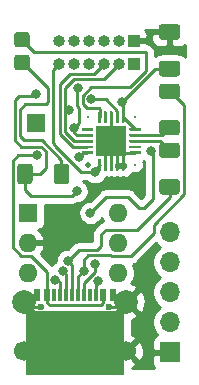
<source format=gbr>
%TF.GenerationSoftware,KiCad,Pcbnew,(5.1.9-0-10_14)*%
%TF.CreationDate,2021-04-23T07:59:34+01:00*%
%TF.ProjectId,Shelly,5368656c-6c79-42e6-9b69-6361645f7063,rev?*%
%TF.SameCoordinates,Original*%
%TF.FileFunction,Copper,L1,Top*%
%TF.FilePolarity,Positive*%
%FSLAX46Y46*%
G04 Gerber Fmt 4.6, Leading zero omitted, Abs format (unit mm)*
G04 Created by KiCad (PCBNEW (5.1.9-0-10_14)) date 2021-04-23 07:59:34*
%MOMM*%
%LPD*%
G01*
G04 APERTURE LIST*
%TA.AperFunction,ComponentPad*%
%ADD10O,1.000000X1.000000*%
%TD*%
%TA.AperFunction,ComponentPad*%
%ADD11R,1.000000X1.000000*%
%TD*%
%TA.AperFunction,ComponentPad*%
%ADD12R,1.524000X1.524000*%
%TD*%
%TA.AperFunction,ComponentPad*%
%ADD13O,1.600000X1.600000*%
%TD*%
%TA.AperFunction,ComponentPad*%
%ADD14R,1.600000X1.600000*%
%TD*%
%TA.AperFunction,SMDPad,CuDef*%
%ADD15R,8.340000X5.490000*%
%TD*%
%TA.AperFunction,SMDPad,CuDef*%
%ADD16R,0.600000X1.140000*%
%TD*%
%TA.AperFunction,ComponentPad*%
%ADD17C,1.700000*%
%TD*%
%TA.AperFunction,ComponentPad*%
%ADD18C,2.000000*%
%TD*%
%TA.AperFunction,SMDPad,CuDef*%
%ADD19R,0.300000X1.140000*%
%TD*%
%TA.AperFunction,ComponentPad*%
%ADD20C,0.600000*%
%TD*%
%TA.AperFunction,ComponentPad*%
%ADD21C,1.524000*%
%TD*%
%TA.AperFunction,SMDPad,CuDef*%
%ADD22R,0.200000X0.200000*%
%TD*%
%TA.AperFunction,SMDPad,CuDef*%
%ADD23C,0.500000*%
%TD*%
%TA.AperFunction,SMDPad,CuDef*%
%ADD24R,2.500000X2.500000*%
%TD*%
%TA.AperFunction,ComponentPad*%
%ADD25O,1.700000X1.700000*%
%TD*%
%TA.AperFunction,ComponentPad*%
%ADD26R,1.700000X1.700000*%
%TD*%
%TA.AperFunction,ViaPad*%
%ADD27C,0.800000*%
%TD*%
%TA.AperFunction,Conductor*%
%ADD28C,0.250000*%
%TD*%
%TA.AperFunction,Conductor*%
%ADD29C,0.254000*%
%TD*%
%TA.AperFunction,Conductor*%
%ADD30C,0.100000*%
%TD*%
G04 APERTURE END LIST*
D10*
%TO.P,J3,6*%
%TO.N,TXD*%
X174650000Y-62600000D03*
%TO.P,J3,5*%
%TO.N,RXD*%
X175920000Y-62600000D03*
%TO.P,J3,4*%
%TO.N,+3V3*%
X177190000Y-62600000D03*
%TO.P,J3,3*%
%TO.N,RST*%
X178460000Y-62600000D03*
%TO.P,J3,2*%
%TO.N,GPIO0*%
X179730000Y-62600000D03*
D11*
%TO.P,J3,1*%
%TO.N,GND*%
X181000000Y-62600000D03*
%TD*%
D12*
%TO.P,M1,3*%
%TO.N,GND*%
X172730000Y-67620000D03*
%TD*%
D13*
%TO.P,U2,6*%
%TO.N,+3V3*%
X179620000Y-75200000D03*
%TO.P,U2,3*%
%TO.N,Net-(U2-Pad3)*%
X172000000Y-80280000D03*
%TO.P,U2,5*%
%TO.N,Net-(U2-Pad5)*%
X179620000Y-77740000D03*
%TO.P,U2,2*%
%TO.N,GND*%
X172000000Y-77740000D03*
%TO.P,U2,4*%
%TO.N,Net-(J1-Pad3)*%
X179620000Y-80280000D03*
D14*
%TO.P,U2,1*%
%TO.N,Net-(R6-Pad1)*%
X172000000Y-75200000D03*
%TD*%
%TO.P,R3,2*%
%TO.N,Net-(D1-Pad2)*%
%TA.AperFunction,SMDPad,CuDef*%
G36*
G01*
X174200000Y-72525001D02*
X174200000Y-71274999D01*
G75*
G02*
X174449999Y-71025000I249999J0D01*
G01*
X175250001Y-71025000D01*
G75*
G02*
X175500000Y-71274999I0J-249999D01*
G01*
X175500000Y-72525001D01*
G75*
G02*
X175250001Y-72775000I-249999J0D01*
G01*
X174449999Y-72775000D01*
G75*
G02*
X174200000Y-72525001I0J249999D01*
G01*
G37*
%TD.AperFunction*%
%TO.P,R3,1*%
%TO.N,+3V3*%
%TA.AperFunction,SMDPad,CuDef*%
G36*
G01*
X171100000Y-72525001D02*
X171100000Y-71274999D01*
G75*
G02*
X171349999Y-71025000I249999J0D01*
G01*
X172150001Y-71025000D01*
G75*
G02*
X172400000Y-71274999I0J-249999D01*
G01*
X172400000Y-72525001D01*
G75*
G02*
X172150001Y-72775000I-249999J0D01*
G01*
X171349999Y-72775000D01*
G75*
G02*
X171100000Y-72525001I0J249999D01*
G01*
G37*
%TD.AperFunction*%
%TD*%
%TO.P,D1,2*%
%TO.N,Net-(D1-Pad2)*%
%TA.AperFunction,SMDPad,CuDef*%
G36*
G01*
X171099999Y-61800000D02*
X171900001Y-61800000D01*
G75*
G02*
X172150000Y-62049999I0J-249999D01*
G01*
X172150000Y-62875001D01*
G75*
G02*
X171900001Y-63125000I-249999J0D01*
G01*
X171099999Y-63125000D01*
G75*
G02*
X170850000Y-62875001I0J249999D01*
G01*
X170850000Y-62049999D01*
G75*
G02*
X171099999Y-61800000I249999J0D01*
G01*
G37*
%TD.AperFunction*%
%TO.P,D1,1*%
%TO.N,Net-(D1-Pad1)*%
%TA.AperFunction,SMDPad,CuDef*%
G36*
G01*
X171099999Y-59875000D02*
X171900001Y-59875000D01*
G75*
G02*
X172150000Y-60124999I0J-249999D01*
G01*
X172150000Y-60950001D01*
G75*
G02*
X171900001Y-61200000I-249999J0D01*
G01*
X171099999Y-61200000D01*
G75*
G02*
X170850000Y-60950001I0J249999D01*
G01*
X170850000Y-60124999D01*
G75*
G02*
X171099999Y-59875000I249999J0D01*
G01*
G37*
%TD.AperFunction*%
%TD*%
D15*
%TO.P,J4,S1*%
%TO.N,GND*%
X176000000Y-86255000D03*
D16*
%TO.P,J4,A12*%
X179200000Y-82140000D03*
%TO.P,J4,A4*%
%TO.N,VBUS*%
X173600000Y-82140000D03*
%TO.P,J4,B12*%
%TO.N,GND*%
X172800000Y-82140000D03*
%TO.P,J4,B4*%
%TO.N,VBUS*%
X178400000Y-82140000D03*
D17*
%TO.P,J4,S1*%
%TO.N,GND*%
X180325000Y-86910000D03*
X171675000Y-86910000D03*
D18*
X180325000Y-82730000D03*
X171675000Y-82730000D03*
D19*
%TO.P,J4,A7*%
%TO.N,Net-(J4-PadA7)*%
X176250000Y-82140000D03*
%TO.P,J4,A6*%
%TO.N,Net-(J4-PadA6)*%
X175750000Y-82140000D03*
%TO.P,J4,B6*%
X176750000Y-82140000D03*
%TO.P,J4,B7*%
%TO.N,Net-(J4-PadA7)*%
X175250000Y-82140000D03*
%TO.P,J4,A8*%
%TO.N,Net-(J4-PadA8)*%
X177250000Y-82140000D03*
%TO.P,J4,A5*%
%TO.N,Net-(J4-PadA5)*%
X174750000Y-82140000D03*
%TO.P,J4,B5*%
%TO.N,Net-(J4-PadB5)*%
X177750000Y-82140000D03*
%TO.P,J4,B8*%
%TO.N,Net-(J4-PadB8)*%
X174250000Y-82140000D03*
D16*
%TO.P,J4,A9*%
%TO.N,VBUS*%
X178400000Y-82140000D03*
%TO.P,J4,B9*%
X173600000Y-82140000D03*
%TO.P,J4,B1*%
%TO.N,GND*%
X179200000Y-82140000D03*
D20*
%TO.P,J4,S1*%
X178890000Y-83210000D03*
X173110000Y-83210000D03*
D16*
%TO.P,J4,A1*%
X172800000Y-82140000D03*
%TD*%
D21*
%TO.P,U1,21*%
%TO.N,GND*%
X179075000Y-69125000D03*
D22*
%TO.P,U1,~*%
%TO.N,N/C*%
X177075000Y-71125000D03*
X181075000Y-67125000D03*
X181075000Y-71125000D03*
X177075000Y-67125000D03*
D23*
X177075000Y-71125000D03*
D24*
%TO.P,U1,21*%
%TO.N,GND*%
X179075000Y-69125000D03*
%TO.P,U1,20*%
%TO.N,Net-(C1-Pad1)*%
%TA.AperFunction,SMDPad,CuDef*%
G36*
G01*
X177487500Y-70250000D02*
X176612500Y-70250000D01*
G75*
G02*
X176550000Y-70187500I0J62500D01*
G01*
X176550000Y-70062500D01*
G75*
G02*
X176612500Y-70000000I62500J0D01*
G01*
X177487500Y-70000000D01*
G75*
G02*
X177550000Y-70062500I0J-62500D01*
G01*
X177550000Y-70187500D01*
G75*
G02*
X177487500Y-70250000I-62500J0D01*
G01*
G37*
%TD.AperFunction*%
%TO.P,U1,19*%
%TO.N,RST*%
%TA.AperFunction,SMDPad,CuDef*%
G36*
G01*
X177487500Y-69750000D02*
X176612500Y-69750000D01*
G75*
G02*
X176550000Y-69687500I0J62500D01*
G01*
X176550000Y-69562500D01*
G75*
G02*
X176612500Y-69500000I62500J0D01*
G01*
X177487500Y-69500000D01*
G75*
G02*
X177550000Y-69562500I0J-62500D01*
G01*
X177550000Y-69687500D01*
G75*
G02*
X177487500Y-69750000I-62500J0D01*
G01*
G37*
%TD.AperFunction*%
%TO.P,U1,18*%
%TO.N,GPIO0*%
%TA.AperFunction,SMDPad,CuDef*%
G36*
G01*
X177487500Y-69250000D02*
X176612500Y-69250000D01*
G75*
G02*
X176550000Y-69187500I0J62500D01*
G01*
X176550000Y-69062500D01*
G75*
G02*
X176612500Y-69000000I62500J0D01*
G01*
X177487500Y-69000000D01*
G75*
G02*
X177550000Y-69062500I0J-62500D01*
G01*
X177550000Y-69187500D01*
G75*
G02*
X177487500Y-69250000I-62500J0D01*
G01*
G37*
%TD.AperFunction*%
%TO.P,U1,17*%
%TO.N,RXD*%
%TA.AperFunction,SMDPad,CuDef*%
G36*
G01*
X177487500Y-68750000D02*
X176612500Y-68750000D01*
G75*
G02*
X176550000Y-68687500I0J62500D01*
G01*
X176550000Y-68562500D01*
G75*
G02*
X176612500Y-68500000I62500J0D01*
G01*
X177487500Y-68500000D01*
G75*
G02*
X177550000Y-68562500I0J-62500D01*
G01*
X177550000Y-68687500D01*
G75*
G02*
X177487500Y-68750000I-62500J0D01*
G01*
G37*
%TD.AperFunction*%
%TO.P,U1,16*%
%TO.N,Net-(U1-Pad16)*%
%TA.AperFunction,SMDPad,CuDef*%
G36*
G01*
X177487500Y-68250000D02*
X176612500Y-68250000D01*
G75*
G02*
X176550000Y-68187500I0J62500D01*
G01*
X176550000Y-68062500D01*
G75*
G02*
X176612500Y-68000000I62500J0D01*
G01*
X177487500Y-68000000D01*
G75*
G02*
X177550000Y-68062500I0J-62500D01*
G01*
X177550000Y-68187500D01*
G75*
G02*
X177487500Y-68250000I-62500J0D01*
G01*
G37*
%TD.AperFunction*%
%TO.P,U1,15*%
%TO.N,Net-(D1-Pad1)*%
%TA.AperFunction,SMDPad,CuDef*%
G36*
G01*
X178137500Y-67600000D02*
X178012500Y-67600000D01*
G75*
G02*
X177950000Y-67537500I0J62500D01*
G01*
X177950000Y-66662500D01*
G75*
G02*
X178012500Y-66600000I62500J0D01*
G01*
X178137500Y-66600000D01*
G75*
G02*
X178200000Y-66662500I0J-62500D01*
G01*
X178200000Y-67537500D01*
G75*
G02*
X178137500Y-67600000I-62500J0D01*
G01*
G37*
%TD.AperFunction*%
%TO.P,U1,14*%
%TO.N,Net-(U1-Pad14)*%
%TA.AperFunction,SMDPad,CuDef*%
G36*
G01*
X178637500Y-67600000D02*
X178512500Y-67600000D01*
G75*
G02*
X178450000Y-67537500I0J62500D01*
G01*
X178450000Y-66662500D01*
G75*
G02*
X178512500Y-66600000I62500J0D01*
G01*
X178637500Y-66600000D01*
G75*
G02*
X178700000Y-66662500I0J-62500D01*
G01*
X178700000Y-67537500D01*
G75*
G02*
X178637500Y-67600000I-62500J0D01*
G01*
G37*
%TD.AperFunction*%
%TO.P,U1,13*%
%TO.N,GND*%
%TA.AperFunction,SMDPad,CuDef*%
G36*
G01*
X179137500Y-67600000D02*
X179012500Y-67600000D01*
G75*
G02*
X178950000Y-67537500I0J62500D01*
G01*
X178950000Y-66662500D01*
G75*
G02*
X179012500Y-66600000I62500J0D01*
G01*
X179137500Y-66600000D01*
G75*
G02*
X179200000Y-66662500I0J-62500D01*
G01*
X179200000Y-67537500D01*
G75*
G02*
X179137500Y-67600000I-62500J0D01*
G01*
G37*
%TD.AperFunction*%
%TO.P,U1,12*%
%TO.N,VBUS*%
%TA.AperFunction,SMDPad,CuDef*%
G36*
G01*
X179637500Y-67600000D02*
X179512500Y-67600000D01*
G75*
G02*
X179450000Y-67537500I0J62500D01*
G01*
X179450000Y-66662500D01*
G75*
G02*
X179512500Y-66600000I62500J0D01*
G01*
X179637500Y-66600000D01*
G75*
G02*
X179700000Y-66662500I0J-62500D01*
G01*
X179700000Y-67537500D01*
G75*
G02*
X179637500Y-67600000I-62500J0D01*
G01*
G37*
%TD.AperFunction*%
%TO.P,U1,11*%
%TO.N,Net-(C1-Pad1)*%
%TA.AperFunction,SMDPad,CuDef*%
G36*
G01*
X180137500Y-67600000D02*
X180012500Y-67600000D01*
G75*
G02*
X179950000Y-67537500I0J62500D01*
G01*
X179950000Y-66662500D01*
G75*
G02*
X180012500Y-66600000I62500J0D01*
G01*
X180137500Y-66600000D01*
G75*
G02*
X180200000Y-66662500I0J-62500D01*
G01*
X180200000Y-67537500D01*
G75*
G02*
X180137500Y-67600000I-62500J0D01*
G01*
G37*
%TD.AperFunction*%
%TO.P,U1,10*%
%TA.AperFunction,SMDPad,CuDef*%
G36*
G01*
X181537500Y-68250000D02*
X180662500Y-68250000D01*
G75*
G02*
X180600000Y-68187500I0J62500D01*
G01*
X180600000Y-68062500D01*
G75*
G02*
X180662500Y-68000000I62500J0D01*
G01*
X181537500Y-68000000D01*
G75*
G02*
X181600000Y-68062500I0J-62500D01*
G01*
X181600000Y-68187500D01*
G75*
G02*
X181537500Y-68250000I-62500J0D01*
G01*
G37*
%TD.AperFunction*%
%TO.P,U1,9*%
%TO.N,D-*%
%TA.AperFunction,SMDPad,CuDef*%
G36*
G01*
X181537500Y-68750000D02*
X180662500Y-68750000D01*
G75*
G02*
X180600000Y-68687500I0J62500D01*
G01*
X180600000Y-68562500D01*
G75*
G02*
X180662500Y-68500000I62500J0D01*
G01*
X181537500Y-68500000D01*
G75*
G02*
X181600000Y-68562500I0J-62500D01*
G01*
X181600000Y-68687500D01*
G75*
G02*
X181537500Y-68750000I-62500J0D01*
G01*
G37*
%TD.AperFunction*%
%TO.P,U1,8*%
%TO.N,D+*%
%TA.AperFunction,SMDPad,CuDef*%
G36*
G01*
X181537500Y-69250000D02*
X180662500Y-69250000D01*
G75*
G02*
X180600000Y-69187500I0J62500D01*
G01*
X180600000Y-69062500D01*
G75*
G02*
X180662500Y-69000000I62500J0D01*
G01*
X181537500Y-69000000D01*
G75*
G02*
X181600000Y-69062500I0J-62500D01*
G01*
X181600000Y-69187500D01*
G75*
G02*
X181537500Y-69250000I-62500J0D01*
G01*
G37*
%TD.AperFunction*%
%TO.P,U1,7*%
%TO.N,Net-(U1-Pad7)*%
%TA.AperFunction,SMDPad,CuDef*%
G36*
G01*
X181537500Y-69750000D02*
X180662500Y-69750000D01*
G75*
G02*
X180600000Y-69687500I0J62500D01*
G01*
X180600000Y-69562500D01*
G75*
G02*
X180662500Y-69500000I62500J0D01*
G01*
X181537500Y-69500000D01*
G75*
G02*
X181600000Y-69562500I0J-62500D01*
G01*
X181600000Y-69687500D01*
G75*
G02*
X181537500Y-69750000I-62500J0D01*
G01*
G37*
%TD.AperFunction*%
%TO.P,U1,6*%
%TO.N,GND*%
%TA.AperFunction,SMDPad,CuDef*%
G36*
G01*
X181537500Y-70250000D02*
X180662500Y-70250000D01*
G75*
G02*
X180600000Y-70187500I0J62500D01*
G01*
X180600000Y-70062500D01*
G75*
G02*
X180662500Y-70000000I62500J0D01*
G01*
X181537500Y-70000000D01*
G75*
G02*
X181600000Y-70062500I0J-62500D01*
G01*
X181600000Y-70187500D01*
G75*
G02*
X181537500Y-70250000I-62500J0D01*
G01*
G37*
%TD.AperFunction*%
%TO.P,U1,5*%
%TA.AperFunction,SMDPad,CuDef*%
G36*
G01*
X180137500Y-71650000D02*
X180012500Y-71650000D01*
G75*
G02*
X179950000Y-71587500I0J62500D01*
G01*
X179950000Y-70712500D01*
G75*
G02*
X180012500Y-70650000I62500J0D01*
G01*
X180137500Y-70650000D01*
G75*
G02*
X180200000Y-70712500I0J-62500D01*
G01*
X180200000Y-71587500D01*
G75*
G02*
X180137500Y-71650000I-62500J0D01*
G01*
G37*
%TD.AperFunction*%
%TO.P,U1,4*%
%TA.AperFunction,SMDPad,CuDef*%
G36*
G01*
X179637500Y-71650000D02*
X179512500Y-71650000D01*
G75*
G02*
X179450000Y-71587500I0J62500D01*
G01*
X179450000Y-70712500D01*
G75*
G02*
X179512500Y-70650000I62500J0D01*
G01*
X179637500Y-70650000D01*
G75*
G02*
X179700000Y-70712500I0J-62500D01*
G01*
X179700000Y-71587500D01*
G75*
G02*
X179637500Y-71650000I-62500J0D01*
G01*
G37*
%TD.AperFunction*%
%TO.P,U1,3*%
%TA.AperFunction,SMDPad,CuDef*%
G36*
G01*
X179137500Y-71650000D02*
X179012500Y-71650000D01*
G75*
G02*
X178950000Y-71587500I0J62500D01*
G01*
X178950000Y-70712500D01*
G75*
G02*
X179012500Y-70650000I62500J0D01*
G01*
X179137500Y-70650000D01*
G75*
G02*
X179200000Y-70712500I0J-62500D01*
G01*
X179200000Y-71587500D01*
G75*
G02*
X179137500Y-71650000I-62500J0D01*
G01*
G37*
%TD.AperFunction*%
%TO.P,U1,2*%
%TA.AperFunction,SMDPad,CuDef*%
G36*
G01*
X178637500Y-71650000D02*
X178512500Y-71650000D01*
G75*
G02*
X178450000Y-71587500I0J62500D01*
G01*
X178450000Y-70712500D01*
G75*
G02*
X178512500Y-70650000I62500J0D01*
G01*
X178637500Y-70650000D01*
G75*
G02*
X178700000Y-70712500I0J-62500D01*
G01*
X178700000Y-71587500D01*
G75*
G02*
X178637500Y-71650000I-62500J0D01*
G01*
G37*
%TD.AperFunction*%
%TO.P,U1,1*%
%TO.N,TXD*%
%TA.AperFunction,SMDPad,CuDef*%
G36*
G01*
X178137500Y-71650000D02*
X178012500Y-71650000D01*
G75*
G02*
X177950000Y-71587500I0J62500D01*
G01*
X177950000Y-70712500D01*
G75*
G02*
X178012500Y-70650000I62500J0D01*
G01*
X178137500Y-70650000D01*
G75*
G02*
X178200000Y-70712500I0J-62500D01*
G01*
X178200000Y-71587500D01*
G75*
G02*
X178137500Y-71650000I-62500J0D01*
G01*
G37*
%TD.AperFunction*%
%TD*%
%TO.P,C1,2*%
%TO.N,GND*%
%TA.AperFunction,SMDPad,CuDef*%
G36*
G01*
X184650002Y-60537500D02*
X183349998Y-60537500D01*
G75*
G02*
X183100000Y-60287502I0J249998D01*
G01*
X183100000Y-59462498D01*
G75*
G02*
X183349998Y-59212500I249998J0D01*
G01*
X184650002Y-59212500D01*
G75*
G02*
X184900000Y-59462498I0J-249998D01*
G01*
X184900000Y-60287502D01*
G75*
G02*
X184650002Y-60537500I-249998J0D01*
G01*
G37*
%TD.AperFunction*%
%TO.P,C1,1*%
%TO.N,Net-(C1-Pad1)*%
%TA.AperFunction,SMDPad,CuDef*%
G36*
G01*
X184650002Y-63662500D02*
X183349998Y-63662500D01*
G75*
G02*
X183100000Y-63412502I0J249998D01*
G01*
X183100000Y-62587498D01*
G75*
G02*
X183349998Y-62337500I249998J0D01*
G01*
X184650002Y-62337500D01*
G75*
G02*
X184900000Y-62587498I0J-249998D01*
G01*
X184900000Y-63412502D01*
G75*
G02*
X184650002Y-63662500I-249998J0D01*
G01*
G37*
%TD.AperFunction*%
%TD*%
D10*
%TO.P,J2,6*%
%TO.N,TXD*%
X174650000Y-60630000D03*
%TO.P,J2,5*%
%TO.N,RXD*%
X175920000Y-60630000D03*
%TO.P,J2,4*%
%TO.N,+3V3*%
X177190000Y-60630000D03*
%TO.P,J2,3*%
%TO.N,RST*%
X178460000Y-60630000D03*
%TO.P,J2,2*%
%TO.N,GPIO0*%
X179730000Y-60630000D03*
D11*
%TO.P,J2,1*%
%TO.N,GND*%
X181000000Y-60630000D03*
%TD*%
D25*
%TO.P,J1,5*%
%TO.N,TXD*%
X184000000Y-76840000D03*
%TO.P,J1,4*%
%TO.N,RXD*%
X184000000Y-79380000D03*
%TO.P,J1,3*%
%TO.N,Net-(J1-Pad3)*%
X184000000Y-81920000D03*
%TO.P,J1,2*%
%TO.N,GPIO0*%
X184000000Y-84460000D03*
D26*
%TO.P,J1,1*%
%TO.N,GND*%
X184000000Y-87000000D03*
%TD*%
%TO.P,R5,2*%
%TO.N,D+*%
%TA.AperFunction,SMDPad,CuDef*%
G36*
G01*
X184625001Y-70550000D02*
X183374999Y-70550000D01*
G75*
G02*
X183125000Y-70300001I0J249999D01*
G01*
X183125000Y-69499999D01*
G75*
G02*
X183374999Y-69250000I249999J0D01*
G01*
X184625001Y-69250000D01*
G75*
G02*
X184875000Y-69499999I0J-249999D01*
G01*
X184875000Y-70300001D01*
G75*
G02*
X184625001Y-70550000I-249999J0D01*
G01*
G37*
%TD.AperFunction*%
%TO.P,R5,1*%
%TO.N,Net-(J4-PadA6)*%
%TA.AperFunction,SMDPad,CuDef*%
G36*
G01*
X184625001Y-73650000D02*
X183374999Y-73650000D01*
G75*
G02*
X183125000Y-73400001I0J249999D01*
G01*
X183125000Y-72599999D01*
G75*
G02*
X183374999Y-72350000I249999J0D01*
G01*
X184625001Y-72350000D01*
G75*
G02*
X184875000Y-72599999I0J-249999D01*
G01*
X184875000Y-73400001D01*
G75*
G02*
X184625001Y-73650000I-249999J0D01*
G01*
G37*
%TD.AperFunction*%
%TD*%
%TO.P,R4,2*%
%TO.N,D-*%
%TA.AperFunction,SMDPad,CuDef*%
G36*
G01*
X183374999Y-67350000D02*
X184625001Y-67350000D01*
G75*
G02*
X184875000Y-67599999I0J-249999D01*
G01*
X184875000Y-68400001D01*
G75*
G02*
X184625001Y-68650000I-249999J0D01*
G01*
X183374999Y-68650000D01*
G75*
G02*
X183125000Y-68400001I0J249999D01*
G01*
X183125000Y-67599999D01*
G75*
G02*
X183374999Y-67350000I249999J0D01*
G01*
G37*
%TD.AperFunction*%
%TO.P,R4,1*%
%TO.N,Net-(J4-PadA7)*%
%TA.AperFunction,SMDPad,CuDef*%
G36*
G01*
X183374999Y-64250000D02*
X184625001Y-64250000D01*
G75*
G02*
X184875000Y-64499999I0J-249999D01*
G01*
X184875000Y-65300001D01*
G75*
G02*
X184625001Y-65550000I-249999J0D01*
G01*
X183374999Y-65550000D01*
G75*
G02*
X183125000Y-65300001I0J249999D01*
G01*
X183125000Y-64499999D01*
G75*
G02*
X183374999Y-64250000I249999J0D01*
G01*
G37*
%TD.AperFunction*%
%TD*%
D27*
%TO.N,VBUS*%
X177367282Y-65578118D03*
X172743401Y-70325010D03*
%TO.N,RXD*%
X176262664Y-64600022D03*
X175925010Y-68023022D03*
%TO.N,+3V3*%
X172700000Y-65100000D03*
X176126430Y-73371832D03*
%TO.N,GPIO0*%
X175471626Y-66453105D03*
%TO.N,TXD*%
X177685520Y-71746810D03*
%TO.N,RST*%
X182400000Y-70000000D03*
X177300000Y-75200000D03*
%TO.N,Net-(C1-Pad1)*%
X180000000Y-65800000D03*
X176306755Y-70493245D03*
%TO.N,Net-(J4-PadA7)*%
X174944906Y-80143496D03*
X176720267Y-80115644D03*
%TO.N,Net-(J4-PadA6)*%
X175419742Y-79263409D03*
X177667839Y-79516597D03*
%TO.N,Net-(J4-PadA5)*%
X174325010Y-80928195D03*
%TO.N,Net-(J4-PadB5)*%
X177943454Y-80990780D03*
%TD*%
D28*
%TO.N,GND*%
X181100000Y-70125000D02*
X180075000Y-70125000D01*
X180075000Y-70125000D02*
X179075000Y-69125000D01*
X180075000Y-71150000D02*
X180075000Y-70125000D01*
X179575000Y-69625000D02*
X179075000Y-69125000D01*
X179575000Y-71150000D02*
X179575000Y-69625000D01*
X179075000Y-71150000D02*
X179075000Y-69125000D01*
X179075000Y-67100000D02*
X179075000Y-69125000D01*
X179735000Y-82140000D02*
X180325000Y-82730000D01*
X179200000Y-82140000D02*
X179735000Y-82140000D01*
X172265000Y-82140000D02*
X171675000Y-82730000D01*
X172800000Y-82140000D02*
X172265000Y-82140000D01*
X179845000Y-83210000D02*
X180325000Y-82730000D01*
X178890000Y-83210000D02*
X179845000Y-83210000D01*
X172155000Y-83210000D02*
X171675000Y-82730000D01*
X173110000Y-83210000D02*
X172155000Y-83210000D01*
X175345000Y-86910000D02*
X176000000Y-86255000D01*
X171675000Y-86910000D02*
X175345000Y-86910000D01*
X175200000Y-86255000D02*
X176000000Y-86255000D01*
X171675000Y-82730000D02*
X175200000Y-86255000D01*
X176800000Y-86255000D02*
X176000000Y-86255000D01*
X180325000Y-82730000D02*
X176800000Y-86255000D01*
X178575000Y-69625000D02*
X179075000Y-69125000D01*
X178575000Y-71150000D02*
X178575000Y-69625000D01*
%TO.N,VBUS*%
X178160001Y-83035001D02*
X178400000Y-82795002D01*
X173839999Y-83035001D02*
X178160001Y-83035001D01*
X173600000Y-82795002D02*
X173839999Y-83035001D01*
X178400000Y-82795002D02*
X178400000Y-82140000D01*
X173600000Y-82140000D02*
X173600000Y-82795002D01*
X179575000Y-66551978D02*
X178601140Y-65578118D01*
X179575000Y-67100000D02*
X179575000Y-66551978D01*
X178601140Y-65578118D02*
X177367282Y-65578118D01*
X172250003Y-78865001D02*
X171459999Y-78865001D01*
X170724990Y-78129992D02*
X170724990Y-70775010D01*
X170724990Y-70775010D02*
X171174990Y-70325010D01*
X173600000Y-82140000D02*
X173600000Y-80214998D01*
X171174990Y-70325010D02*
X172743401Y-70325010D01*
X171459999Y-78865001D02*
X170724990Y-78129992D01*
X173600000Y-80214998D02*
X172250003Y-78865001D01*
%TO.N,RXD*%
X176188878Y-64673808D02*
X176262664Y-64600022D01*
X176188878Y-66148914D02*
X176188878Y-64673808D01*
X176325009Y-67623023D02*
X176325009Y-66285045D01*
X175925010Y-68023022D02*
X176325009Y-67623023D01*
X176325009Y-66285045D02*
X176188878Y-66148914D01*
X177050000Y-68625000D02*
X176125000Y-68625000D01*
X175925010Y-68425010D02*
X175925010Y-68023022D01*
X176125000Y-68625000D02*
X175925010Y-68425010D01*
%TO.N,+3V3*%
X175726431Y-73771831D02*
X176126430Y-73371832D01*
X173828169Y-73771831D02*
X172271831Y-73771831D01*
X173828169Y-73771831D02*
X175726431Y-73771831D01*
X171750000Y-73250000D02*
X171750000Y-71900000D01*
X172271831Y-73771831D02*
X171750000Y-73250000D01*
X173000000Y-71900000D02*
X171750000Y-71900000D01*
X173500000Y-71400000D02*
X173000000Y-71900000D01*
X173500000Y-70000000D02*
X173500000Y-71400000D01*
X173100000Y-69600000D02*
X173500000Y-70000000D01*
X171424587Y-69600000D02*
X173100000Y-69600000D01*
X170892988Y-65681692D02*
X170892988Y-69068401D01*
X171237340Y-65337340D02*
X170892988Y-65681692D01*
X170892988Y-69068401D02*
X171424587Y-69600000D01*
X172462660Y-65337340D02*
X171237340Y-65337340D01*
X172700000Y-65100000D02*
X172462660Y-65337340D01*
%TO.N,GPIO0*%
X178454988Y-63875012D02*
X179730000Y-62600000D01*
X175924988Y-63875012D02*
X178454988Y-63875012D01*
X175174998Y-65874998D02*
X175174998Y-66156477D01*
X175174998Y-66156477D02*
X175471626Y-66453105D01*
X175174998Y-65874998D02*
X175174998Y-64625002D01*
X175174998Y-64625002D02*
X175924988Y-63875012D01*
X175174998Y-68371021D02*
X175174998Y-65874998D01*
X177050000Y-69125000D02*
X177022280Y-69097280D01*
X177022280Y-69097280D02*
X175901257Y-69097280D01*
X175901257Y-69097280D02*
X175174998Y-68371021D01*
%TO.N,TXD*%
X177685520Y-71539480D02*
X177685520Y-71746810D01*
X178075000Y-71150000D02*
X177685520Y-71539480D01*
X174150001Y-63099999D02*
X174150001Y-69305257D01*
X174327187Y-69538997D02*
X176535000Y-71746810D01*
X174327187Y-69482443D02*
X174327187Y-69538997D01*
X174150001Y-69305257D02*
X174327187Y-69482443D01*
X174650000Y-62600000D02*
X174150001Y-63099999D01*
X176535000Y-71746810D02*
X177685520Y-71746810D01*
%TO.N,RST*%
X182600000Y-74000000D02*
X182600000Y-70200000D01*
X182600000Y-70200000D02*
X182400000Y-70000000D01*
X181800000Y-74800000D02*
X182600000Y-74000000D01*
X181400000Y-74800000D02*
X181800000Y-74800000D01*
X180450000Y-73850000D02*
X181400000Y-74800000D01*
X178650000Y-73850000D02*
X177300000Y-75200000D01*
X178650000Y-73850000D02*
X180450000Y-73850000D01*
X177634999Y-63425001D02*
X178460000Y-62600000D01*
X175574999Y-63425001D02*
X177634999Y-63425001D01*
X175792567Y-69625000D02*
X174724987Y-68557420D01*
X174724987Y-64275013D02*
X175574999Y-63425001D01*
X174724987Y-68557420D02*
X174724987Y-64275013D01*
X177050000Y-69625000D02*
X175792567Y-69625000D01*
%TO.N,D-*%
X183375000Y-68625000D02*
X184000000Y-68000000D01*
X181100000Y-68625000D02*
X183375000Y-68625000D01*
%TO.N,D+*%
X183225000Y-69125000D02*
X184000000Y-69900000D01*
X181100000Y-69125000D02*
X183225000Y-69125000D01*
%TO.N,Net-(C1-Pad1)*%
X180075000Y-67100000D02*
X181100000Y-68125000D01*
X180075000Y-65875000D02*
X180075000Y-67100000D01*
X180000000Y-65800000D02*
X180075000Y-65875000D01*
X184000000Y-63000000D02*
X182800000Y-63000000D01*
X182800000Y-63000000D02*
X180000000Y-65800000D01*
X176675000Y-70125000D02*
X176306755Y-70493245D01*
X177050000Y-70125000D02*
X176675000Y-70125000D01*
%TO.N,Net-(J4-PadA7)*%
X175250000Y-82140000D02*
X175250000Y-80448590D01*
X175250000Y-80448590D02*
X174944906Y-80143496D01*
X176250000Y-80585911D02*
X176720267Y-80115644D01*
X176250000Y-82140000D02*
X176250000Y-80585911D01*
X182650000Y-76188190D02*
X185200010Y-73638180D01*
X176720267Y-79179733D02*
X177108413Y-78791587D01*
X185200010Y-73638180D02*
X185200010Y-66100010D01*
X185200010Y-66100010D02*
X184000000Y-64900000D01*
X176720267Y-80115644D02*
X176720267Y-79179733D01*
X179006585Y-78791587D02*
X179079999Y-78865001D01*
X182650000Y-76923002D02*
X182650000Y-76188190D01*
X179079999Y-78865001D02*
X180708001Y-78865001D01*
X180708001Y-78865001D02*
X182650000Y-76923002D01*
X177108413Y-78791587D02*
X179006585Y-78791587D01*
%TO.N,Net-(J4-PadA6)*%
X175750000Y-82140000D02*
X175750000Y-79593667D01*
X175750000Y-79593667D02*
X175419742Y-79263409D01*
X178200000Y-77000000D02*
X178200000Y-78000000D01*
X184000000Y-73000000D02*
X184000000Y-73873002D01*
X181258003Y-76614999D02*
X178585001Y-76614999D01*
X184000000Y-73873002D02*
X181258003Y-76614999D01*
X177667839Y-80193391D02*
X177667839Y-79516597D01*
X178200000Y-78000000D02*
X177858424Y-78341576D01*
X176750000Y-82140000D02*
X176750000Y-81111230D01*
X176750000Y-81111230D02*
X177667839Y-80193391D01*
X176341576Y-78341576D02*
X175419742Y-79263409D01*
X178585001Y-76614999D02*
X178200000Y-77000000D01*
X177858424Y-78341576D02*
X176341576Y-78341576D01*
%TO.N,Net-(J4-PadA5)*%
X174750000Y-82140000D02*
X174750000Y-81123004D01*
X174555191Y-80928195D02*
X174325010Y-80928195D01*
X174750000Y-81123004D02*
X174555191Y-80928195D01*
%TO.N,Net-(J4-PadB5)*%
X177750000Y-81184234D02*
X177943454Y-80990780D01*
X177750000Y-82140000D02*
X177750000Y-81184234D01*
%TO.N,Net-(D1-Pad2)*%
X173169435Y-69028232D02*
X171664642Y-69028232D01*
X171800000Y-66000000D02*
X173500000Y-66000000D01*
X173700000Y-64662500D02*
X171500000Y-62462500D01*
X173500000Y-66000000D02*
X173700000Y-65800000D01*
X173700000Y-65800000D02*
X173700000Y-64662500D01*
X171342999Y-68706589D02*
X171342999Y-66457001D01*
X171342999Y-66457001D02*
X171800000Y-66000000D01*
X174850000Y-71900000D02*
X174850000Y-70708797D01*
X174850000Y-70708797D02*
X173169435Y-69028232D01*
X171664642Y-69028232D02*
X171342999Y-68706589D01*
%TO.N,Net-(D1-Pad1)*%
X172562500Y-61600000D02*
X171500000Y-60537500D01*
X176638889Y-65962514D02*
X176638889Y-65266512D01*
X182000000Y-63163590D02*
X182000000Y-61600000D01*
X176638889Y-65266512D02*
X177355746Y-64549655D01*
X177355746Y-64549655D02*
X180613935Y-64549655D01*
X180613935Y-64549655D02*
X182000000Y-63163590D01*
X182000000Y-61600000D02*
X172562500Y-61600000D01*
X178011812Y-66311812D02*
X176988188Y-66311812D01*
X178075000Y-66375000D02*
X178011812Y-66311812D01*
X176988188Y-66311812D02*
X176638889Y-65962514D01*
X178075000Y-66375000D02*
X178075000Y-67100000D01*
%TD*%
D29*
%TO.N,GND*%
X183053368Y-77993475D02*
X183227760Y-78110000D01*
X183053368Y-78226525D01*
X182846525Y-78433368D01*
X182684010Y-78676589D01*
X182572068Y-78946842D01*
X182515000Y-79233740D01*
X182515000Y-79526260D01*
X182572068Y-79813158D01*
X182684010Y-80083411D01*
X182846525Y-80326632D01*
X183053368Y-80533475D01*
X183227760Y-80650000D01*
X183053368Y-80766525D01*
X182846525Y-80973368D01*
X182684010Y-81216589D01*
X182572068Y-81486842D01*
X182515000Y-81773740D01*
X182515000Y-82066260D01*
X182572068Y-82353158D01*
X182684010Y-82623411D01*
X182846525Y-82866632D01*
X183053368Y-83073475D01*
X183227760Y-83190000D01*
X183053368Y-83306525D01*
X182846525Y-83513368D01*
X182684010Y-83756589D01*
X182572068Y-84026842D01*
X182515000Y-84313740D01*
X182515000Y-84606260D01*
X182572068Y-84893158D01*
X182684010Y-85163411D01*
X182846525Y-85406632D01*
X182978380Y-85538487D01*
X182905820Y-85560498D01*
X182795506Y-85619463D01*
X182698815Y-85698815D01*
X182619463Y-85795506D01*
X182560498Y-85905820D01*
X182524188Y-86025518D01*
X182511928Y-86150000D01*
X182515000Y-86714250D01*
X182673750Y-86873000D01*
X183873000Y-86873000D01*
X183873000Y-86853000D01*
X184127000Y-86853000D01*
X184127000Y-86873000D01*
X184147000Y-86873000D01*
X184147000Y-87127000D01*
X184127000Y-87127000D01*
X184127000Y-87147000D01*
X183873000Y-87147000D01*
X183873000Y-87127000D01*
X182673750Y-87127000D01*
X182515000Y-87285750D01*
X182511928Y-87850000D01*
X182524188Y-87974482D01*
X182560498Y-88094180D01*
X182619463Y-88204494D01*
X182698815Y-88301185D01*
X182715649Y-88315000D01*
X180807216Y-88315000D01*
X180807216Y-88314601D01*
X180958747Y-88260919D01*
X181096157Y-88187472D01*
X181173792Y-87938397D01*
X180806287Y-87570892D01*
X180805838Y-87211233D01*
X181353397Y-87758792D01*
X181602472Y-87681157D01*
X181728371Y-87417117D01*
X181800339Y-87133589D01*
X181815611Y-86841469D01*
X181773599Y-86551981D01*
X181675919Y-86276253D01*
X181602472Y-86138843D01*
X181353397Y-86061208D01*
X180805086Y-86609519D01*
X180805000Y-86540750D01*
X180659823Y-86395573D01*
X181173792Y-85881603D01*
X181096157Y-85632528D01*
X180832117Y-85506629D01*
X180805586Y-85499895D01*
X180807094Y-84293269D01*
X181011088Y-84222795D01*
X181185044Y-84129814D01*
X181280808Y-83865413D01*
X180793591Y-83378196D01*
X180759502Y-83265820D01*
X180700537Y-83155506D01*
X180621185Y-83058815D01*
X180524494Y-82979463D01*
X180414180Y-82920498D01*
X180294482Y-82884188D01*
X180268765Y-82881655D01*
X180134399Y-82747289D01*
X180135087Y-82740308D01*
X180145395Y-82730000D01*
X180504605Y-82730000D01*
X181460413Y-83685808D01*
X181724814Y-83590044D01*
X181865704Y-83300429D01*
X181947384Y-82988892D01*
X181966718Y-82667405D01*
X181922961Y-82348325D01*
X181817795Y-82043912D01*
X181724814Y-81869956D01*
X181460413Y-81774192D01*
X180504605Y-82730000D01*
X180145395Y-82730000D01*
X180136935Y-82721540D01*
X180138072Y-82710000D01*
X180138062Y-82709048D01*
X180310858Y-82536253D01*
X180325000Y-82550395D01*
X181280808Y-81594587D01*
X181185044Y-81330186D01*
X180895429Y-81189296D01*
X180761712Y-81154238D01*
X180891680Y-80959727D01*
X180999853Y-80698574D01*
X181055000Y-80421335D01*
X181055000Y-80138665D01*
X180999853Y-79861426D01*
X180892860Y-79603122D01*
X181000248Y-79570547D01*
X181132277Y-79499975D01*
X181248002Y-79405002D01*
X181271805Y-79375998D01*
X182853848Y-77793955D01*
X183053368Y-77993475D01*
%TA.AperFunction,Conductor*%
D30*
G36*
X183053368Y-77993475D02*
G01*
X183227760Y-78110000D01*
X183053368Y-78226525D01*
X182846525Y-78433368D01*
X182684010Y-78676589D01*
X182572068Y-78946842D01*
X182515000Y-79233740D01*
X182515000Y-79526260D01*
X182572068Y-79813158D01*
X182684010Y-80083411D01*
X182846525Y-80326632D01*
X183053368Y-80533475D01*
X183227760Y-80650000D01*
X183053368Y-80766525D01*
X182846525Y-80973368D01*
X182684010Y-81216589D01*
X182572068Y-81486842D01*
X182515000Y-81773740D01*
X182515000Y-82066260D01*
X182572068Y-82353158D01*
X182684010Y-82623411D01*
X182846525Y-82866632D01*
X183053368Y-83073475D01*
X183227760Y-83190000D01*
X183053368Y-83306525D01*
X182846525Y-83513368D01*
X182684010Y-83756589D01*
X182572068Y-84026842D01*
X182515000Y-84313740D01*
X182515000Y-84606260D01*
X182572068Y-84893158D01*
X182684010Y-85163411D01*
X182846525Y-85406632D01*
X182978380Y-85538487D01*
X182905820Y-85560498D01*
X182795506Y-85619463D01*
X182698815Y-85698815D01*
X182619463Y-85795506D01*
X182560498Y-85905820D01*
X182524188Y-86025518D01*
X182511928Y-86150000D01*
X182515000Y-86714250D01*
X182673750Y-86873000D01*
X183873000Y-86873000D01*
X183873000Y-86853000D01*
X184127000Y-86853000D01*
X184127000Y-86873000D01*
X184147000Y-86873000D01*
X184147000Y-87127000D01*
X184127000Y-87127000D01*
X184127000Y-87147000D01*
X183873000Y-87147000D01*
X183873000Y-87127000D01*
X182673750Y-87127000D01*
X182515000Y-87285750D01*
X182511928Y-87850000D01*
X182524188Y-87974482D01*
X182560498Y-88094180D01*
X182619463Y-88204494D01*
X182698815Y-88301185D01*
X182715649Y-88315000D01*
X180807216Y-88315000D01*
X180807216Y-88314601D01*
X180958747Y-88260919D01*
X181096157Y-88187472D01*
X181173792Y-87938397D01*
X180806287Y-87570892D01*
X180805838Y-87211233D01*
X181353397Y-87758792D01*
X181602472Y-87681157D01*
X181728371Y-87417117D01*
X181800339Y-87133589D01*
X181815611Y-86841469D01*
X181773599Y-86551981D01*
X181675919Y-86276253D01*
X181602472Y-86138843D01*
X181353397Y-86061208D01*
X180805086Y-86609519D01*
X180805000Y-86540750D01*
X180659823Y-86395573D01*
X181173792Y-85881603D01*
X181096157Y-85632528D01*
X180832117Y-85506629D01*
X180805586Y-85499895D01*
X180807094Y-84293269D01*
X181011088Y-84222795D01*
X181185044Y-84129814D01*
X181280808Y-83865413D01*
X180793591Y-83378196D01*
X180759502Y-83265820D01*
X180700537Y-83155506D01*
X180621185Y-83058815D01*
X180524494Y-82979463D01*
X180414180Y-82920498D01*
X180294482Y-82884188D01*
X180268765Y-82881655D01*
X180134399Y-82747289D01*
X180135087Y-82740308D01*
X180145395Y-82730000D01*
X180504605Y-82730000D01*
X181460413Y-83685808D01*
X181724814Y-83590044D01*
X181865704Y-83300429D01*
X181947384Y-82988892D01*
X181966718Y-82667405D01*
X181922961Y-82348325D01*
X181817795Y-82043912D01*
X181724814Y-81869956D01*
X181460413Y-81774192D01*
X180504605Y-82730000D01*
X180145395Y-82730000D01*
X180136935Y-82721540D01*
X180138072Y-82710000D01*
X180138062Y-82709048D01*
X180310858Y-82536253D01*
X180325000Y-82550395D01*
X181280808Y-81594587D01*
X181185044Y-81330186D01*
X180895429Y-81189296D01*
X180761712Y-81154238D01*
X180891680Y-80959727D01*
X180999853Y-80698574D01*
X181055000Y-80421335D01*
X181055000Y-80138665D01*
X180999853Y-79861426D01*
X180892860Y-79603122D01*
X181000248Y-79570547D01*
X181132277Y-79499975D01*
X181248002Y-79405002D01*
X181271805Y-79375998D01*
X182853848Y-77793955D01*
X183053368Y-77993475D01*
G37*
%TD.AperFunction*%
D29*
X176127000Y-86128000D02*
X179082315Y-86128000D01*
X179047528Y-86138843D01*
X178931586Y-86382000D01*
X176127000Y-86382000D01*
X176127000Y-86402000D01*
X175873000Y-86402000D01*
X175873000Y-86382000D01*
X173063381Y-86382000D01*
X173025919Y-86276253D01*
X172952472Y-86138843D01*
X172917685Y-86128000D01*
X175873000Y-86128000D01*
X175873000Y-86108000D01*
X176127000Y-86108000D01*
X176127000Y-86128000D01*
%TA.AperFunction,Conductor*%
D30*
G36*
X176127000Y-86128000D02*
G01*
X179082315Y-86128000D01*
X179047528Y-86138843D01*
X178931586Y-86382000D01*
X176127000Y-86382000D01*
X176127000Y-86402000D01*
X175873000Y-86402000D01*
X175873000Y-86382000D01*
X173063381Y-86382000D01*
X173025919Y-86276253D01*
X172952472Y-86138843D01*
X172917685Y-86128000D01*
X175873000Y-86128000D01*
X175873000Y-86108000D01*
X176127000Y-86108000D01*
X176127000Y-86128000D01*
G37*
%TD.AperFunction*%
D29*
X171861938Y-82709048D02*
X171861928Y-82710000D01*
X171863065Y-82721540D01*
X171854605Y-82730000D01*
X171864913Y-82740308D01*
X171865601Y-82747289D01*
X171731235Y-82881655D01*
X171705518Y-82884188D01*
X171640900Y-82903790D01*
X171481253Y-82744143D01*
X171495395Y-82730000D01*
X171481253Y-82715858D01*
X171660858Y-82536253D01*
X171675000Y-82550395D01*
X171689143Y-82536253D01*
X171861938Y-82709048D01*
%TA.AperFunction,Conductor*%
D30*
G36*
X171861938Y-82709048D02*
G01*
X171861928Y-82710000D01*
X171863065Y-82721540D01*
X171854605Y-82730000D01*
X171864913Y-82740308D01*
X171865601Y-82747289D01*
X171731235Y-82881655D01*
X171705518Y-82884188D01*
X171640900Y-82903790D01*
X171481253Y-82744143D01*
X171495395Y-82730000D01*
X171481253Y-82715858D01*
X171660858Y-82536253D01*
X171675000Y-82550395D01*
X171689143Y-82536253D01*
X171861938Y-82709048D01*
G37*
%TD.AperFunction*%
D29*
X181840001Y-70870604D02*
X181840000Y-73685198D01*
X181600000Y-73925198D01*
X181013804Y-73339002D01*
X180990001Y-73309999D01*
X180874276Y-73215026D01*
X180742247Y-73144454D01*
X180598986Y-73100997D01*
X180487333Y-73090000D01*
X180487322Y-73090000D01*
X180450000Y-73086324D01*
X180412678Y-73090000D01*
X178687322Y-73090000D01*
X178649999Y-73086324D01*
X178612676Y-73090000D01*
X178612667Y-73090000D01*
X178501014Y-73100997D01*
X178357753Y-73144454D01*
X178225724Y-73215026D01*
X178109999Y-73309999D01*
X178086201Y-73338997D01*
X177260199Y-74165000D01*
X177198061Y-74165000D01*
X176998102Y-74204774D01*
X176809744Y-74282795D01*
X176640226Y-74396063D01*
X176496063Y-74540226D01*
X176382795Y-74709744D01*
X176304774Y-74898102D01*
X176265000Y-75098061D01*
X176265000Y-75301939D01*
X176304774Y-75501898D01*
X176382795Y-75690256D01*
X176496063Y-75859774D01*
X176640226Y-76003937D01*
X176809744Y-76117205D01*
X176998102Y-76195226D01*
X177198061Y-76235000D01*
X177401939Y-76235000D01*
X177601898Y-76195226D01*
X177790256Y-76117205D01*
X177959774Y-76003937D01*
X178103937Y-75859774D01*
X178217205Y-75690256D01*
X178243522Y-75626722D01*
X178348320Y-75879727D01*
X178355470Y-75890428D01*
X178292754Y-75909453D01*
X178160725Y-75980025D01*
X178045000Y-76074998D01*
X178021197Y-76104002D01*
X177689003Y-76436196D01*
X177659999Y-76459999D01*
X177604871Y-76527174D01*
X177565026Y-76575724D01*
X177535611Y-76630756D01*
X177494454Y-76707754D01*
X177450997Y-76851015D01*
X177440000Y-76962668D01*
X177440000Y-76962678D01*
X177436324Y-77000000D01*
X177440000Y-77037323D01*
X177440001Y-77581576D01*
X176378899Y-77581576D01*
X176341576Y-77577900D01*
X176304253Y-77581576D01*
X176304243Y-77581576D01*
X176192590Y-77592573D01*
X176052810Y-77634974D01*
X176049329Y-77636030D01*
X175917299Y-77706602D01*
X175865635Y-77749002D01*
X175801575Y-77801575D01*
X175777777Y-77830573D01*
X175379941Y-78228409D01*
X175317803Y-78228409D01*
X175117844Y-78268183D01*
X174929486Y-78346204D01*
X174759968Y-78459472D01*
X174615805Y-78603635D01*
X174502537Y-78773153D01*
X174424516Y-78961511D01*
X174384742Y-79161470D01*
X174384742Y-79273002D01*
X174285132Y-79339559D01*
X174140969Y-79483722D01*
X174061885Y-79602081D01*
X173105961Y-78646157D01*
X173231037Y-78477420D01*
X173351246Y-78223087D01*
X173391904Y-78089039D01*
X173269915Y-77867000D01*
X172127000Y-77867000D01*
X172127000Y-77887000D01*
X171873000Y-77887000D01*
X171873000Y-77867000D01*
X171853000Y-77867000D01*
X171853000Y-77613000D01*
X171873000Y-77613000D01*
X171873000Y-77593000D01*
X172127000Y-77593000D01*
X172127000Y-77613000D01*
X173269915Y-77613000D01*
X173391904Y-77390961D01*
X173351246Y-77256913D01*
X173231037Y-77002580D01*
X173063519Y-76776586D01*
X172899920Y-76628231D01*
X172924482Y-76625812D01*
X173044180Y-76589502D01*
X173154494Y-76530537D01*
X173251185Y-76451185D01*
X173330537Y-76354494D01*
X173389502Y-76244180D01*
X173425812Y-76124482D01*
X173438072Y-76000000D01*
X173438072Y-74531831D01*
X175689109Y-74531831D01*
X175726431Y-74535507D01*
X175763753Y-74531831D01*
X175763764Y-74531831D01*
X175875417Y-74520834D01*
X176018678Y-74477377D01*
X176150656Y-74406832D01*
X176228369Y-74406832D01*
X176428328Y-74367058D01*
X176616686Y-74289037D01*
X176786204Y-74175769D01*
X176930367Y-74031606D01*
X177043635Y-73862088D01*
X177121656Y-73673730D01*
X177161430Y-73473771D01*
X177161430Y-73269893D01*
X177121656Y-73069934D01*
X177043635Y-72881576D01*
X176930367Y-72712058D01*
X176786204Y-72567895D01*
X176694784Y-72506810D01*
X176981809Y-72506810D01*
X177025746Y-72550747D01*
X177195264Y-72664015D01*
X177383622Y-72742036D01*
X177583581Y-72781810D01*
X177787459Y-72781810D01*
X177987418Y-72742036D01*
X178175776Y-72664015D01*
X178345294Y-72550747D01*
X178489457Y-72406584D01*
X178602725Y-72237066D01*
X178620806Y-72193415D01*
X178669498Y-72220748D01*
X178733750Y-72285000D01*
X178825000Y-72274529D01*
X178916250Y-72285000D01*
X178980502Y-72220748D01*
X179065367Y-72173109D01*
X179075000Y-72164865D01*
X179084633Y-72173109D01*
X179169498Y-72220748D01*
X179233750Y-72285000D01*
X179325000Y-72274529D01*
X179416250Y-72285000D01*
X179480502Y-72220748D01*
X179565367Y-72173109D01*
X179575000Y-72164865D01*
X179584633Y-72173109D01*
X179669498Y-72220748D01*
X179733750Y-72285000D01*
X179825000Y-72274529D01*
X179916250Y-72285000D01*
X179980502Y-72220748D01*
X180065367Y-72173109D01*
X180095807Y-72147057D01*
X180233750Y-72285000D01*
X180337371Y-72273109D01*
X180456294Y-72234337D01*
X180565367Y-72173109D01*
X180660400Y-72091777D01*
X180737740Y-71993469D01*
X180794415Y-71881962D01*
X180806885Y-71837576D01*
X180850518Y-71850812D01*
X180975000Y-71863072D01*
X181175000Y-71863072D01*
X181299482Y-71850812D01*
X181419180Y-71814502D01*
X181529494Y-71755537D01*
X181626185Y-71676185D01*
X181705537Y-71579494D01*
X181764502Y-71469180D01*
X181800812Y-71349482D01*
X181813072Y-71225000D01*
X181813072Y-71025000D01*
X181800812Y-70900518D01*
X181787576Y-70856885D01*
X181810028Y-70850577D01*
X181840001Y-70870604D01*
%TA.AperFunction,Conductor*%
D30*
G36*
X181840001Y-70870604D02*
G01*
X181840000Y-73685198D01*
X181600000Y-73925198D01*
X181013804Y-73339002D01*
X180990001Y-73309999D01*
X180874276Y-73215026D01*
X180742247Y-73144454D01*
X180598986Y-73100997D01*
X180487333Y-73090000D01*
X180487322Y-73090000D01*
X180450000Y-73086324D01*
X180412678Y-73090000D01*
X178687322Y-73090000D01*
X178649999Y-73086324D01*
X178612676Y-73090000D01*
X178612667Y-73090000D01*
X178501014Y-73100997D01*
X178357753Y-73144454D01*
X178225724Y-73215026D01*
X178109999Y-73309999D01*
X178086201Y-73338997D01*
X177260199Y-74165000D01*
X177198061Y-74165000D01*
X176998102Y-74204774D01*
X176809744Y-74282795D01*
X176640226Y-74396063D01*
X176496063Y-74540226D01*
X176382795Y-74709744D01*
X176304774Y-74898102D01*
X176265000Y-75098061D01*
X176265000Y-75301939D01*
X176304774Y-75501898D01*
X176382795Y-75690256D01*
X176496063Y-75859774D01*
X176640226Y-76003937D01*
X176809744Y-76117205D01*
X176998102Y-76195226D01*
X177198061Y-76235000D01*
X177401939Y-76235000D01*
X177601898Y-76195226D01*
X177790256Y-76117205D01*
X177959774Y-76003937D01*
X178103937Y-75859774D01*
X178217205Y-75690256D01*
X178243522Y-75626722D01*
X178348320Y-75879727D01*
X178355470Y-75890428D01*
X178292754Y-75909453D01*
X178160725Y-75980025D01*
X178045000Y-76074998D01*
X178021197Y-76104002D01*
X177689003Y-76436196D01*
X177659999Y-76459999D01*
X177604871Y-76527174D01*
X177565026Y-76575724D01*
X177535611Y-76630756D01*
X177494454Y-76707754D01*
X177450997Y-76851015D01*
X177440000Y-76962668D01*
X177440000Y-76962678D01*
X177436324Y-77000000D01*
X177440000Y-77037323D01*
X177440001Y-77581576D01*
X176378899Y-77581576D01*
X176341576Y-77577900D01*
X176304253Y-77581576D01*
X176304243Y-77581576D01*
X176192590Y-77592573D01*
X176052810Y-77634974D01*
X176049329Y-77636030D01*
X175917299Y-77706602D01*
X175865635Y-77749002D01*
X175801575Y-77801575D01*
X175777777Y-77830573D01*
X175379941Y-78228409D01*
X175317803Y-78228409D01*
X175117844Y-78268183D01*
X174929486Y-78346204D01*
X174759968Y-78459472D01*
X174615805Y-78603635D01*
X174502537Y-78773153D01*
X174424516Y-78961511D01*
X174384742Y-79161470D01*
X174384742Y-79273002D01*
X174285132Y-79339559D01*
X174140969Y-79483722D01*
X174061885Y-79602081D01*
X173105961Y-78646157D01*
X173231037Y-78477420D01*
X173351246Y-78223087D01*
X173391904Y-78089039D01*
X173269915Y-77867000D01*
X172127000Y-77867000D01*
X172127000Y-77887000D01*
X171873000Y-77887000D01*
X171873000Y-77867000D01*
X171853000Y-77867000D01*
X171853000Y-77613000D01*
X171873000Y-77613000D01*
X171873000Y-77593000D01*
X172127000Y-77593000D01*
X172127000Y-77613000D01*
X173269915Y-77613000D01*
X173391904Y-77390961D01*
X173351246Y-77256913D01*
X173231037Y-77002580D01*
X173063519Y-76776586D01*
X172899920Y-76628231D01*
X172924482Y-76625812D01*
X173044180Y-76589502D01*
X173154494Y-76530537D01*
X173251185Y-76451185D01*
X173330537Y-76354494D01*
X173389502Y-76244180D01*
X173425812Y-76124482D01*
X173438072Y-76000000D01*
X173438072Y-74531831D01*
X175689109Y-74531831D01*
X175726431Y-74535507D01*
X175763753Y-74531831D01*
X175763764Y-74531831D01*
X175875417Y-74520834D01*
X176018678Y-74477377D01*
X176150656Y-74406832D01*
X176228369Y-74406832D01*
X176428328Y-74367058D01*
X176616686Y-74289037D01*
X176786204Y-74175769D01*
X176930367Y-74031606D01*
X177043635Y-73862088D01*
X177121656Y-73673730D01*
X177161430Y-73473771D01*
X177161430Y-73269893D01*
X177121656Y-73069934D01*
X177043635Y-72881576D01*
X176930367Y-72712058D01*
X176786204Y-72567895D01*
X176694784Y-72506810D01*
X176981809Y-72506810D01*
X177025746Y-72550747D01*
X177195264Y-72664015D01*
X177383622Y-72742036D01*
X177583581Y-72781810D01*
X177787459Y-72781810D01*
X177987418Y-72742036D01*
X178175776Y-72664015D01*
X178345294Y-72550747D01*
X178489457Y-72406584D01*
X178602725Y-72237066D01*
X178620806Y-72193415D01*
X178669498Y-72220748D01*
X178733750Y-72285000D01*
X178825000Y-72274529D01*
X178916250Y-72285000D01*
X178980502Y-72220748D01*
X179065367Y-72173109D01*
X179075000Y-72164865D01*
X179084633Y-72173109D01*
X179169498Y-72220748D01*
X179233750Y-72285000D01*
X179325000Y-72274529D01*
X179416250Y-72285000D01*
X179480502Y-72220748D01*
X179565367Y-72173109D01*
X179575000Y-72164865D01*
X179584633Y-72173109D01*
X179669498Y-72220748D01*
X179733750Y-72285000D01*
X179825000Y-72274529D01*
X179916250Y-72285000D01*
X179980502Y-72220748D01*
X180065367Y-72173109D01*
X180095807Y-72147057D01*
X180233750Y-72285000D01*
X180337371Y-72273109D01*
X180456294Y-72234337D01*
X180565367Y-72173109D01*
X180660400Y-72091777D01*
X180737740Y-71993469D01*
X180794415Y-71881962D01*
X180806885Y-71837576D01*
X180850518Y-71850812D01*
X180975000Y-71863072D01*
X181175000Y-71863072D01*
X181299482Y-71850812D01*
X181419180Y-71814502D01*
X181529494Y-71755537D01*
X181626185Y-71676185D01*
X181705537Y-71579494D01*
X181764502Y-71469180D01*
X181800812Y-71349482D01*
X181813072Y-71225000D01*
X181813072Y-71025000D01*
X181800812Y-70900518D01*
X181787576Y-70856885D01*
X181810028Y-70850577D01*
X181840001Y-70870604D01*
G37*
%TD.AperFunction*%
D29*
X180200000Y-71277000D02*
X179450000Y-71277000D01*
X179450000Y-71023000D01*
X180200000Y-71023000D01*
X180200000Y-71277000D01*
%TA.AperFunction,Conductor*%
D30*
G36*
X180200000Y-71277000D02*
G01*
X179450000Y-71277000D01*
X179450000Y-71023000D01*
X180200000Y-71023000D01*
X180200000Y-71277000D01*
G37*
%TD.AperFunction*%
D29*
X179222000Y-69064110D02*
X179222000Y-69185890D01*
X179135890Y-69272000D01*
X179014110Y-69272000D01*
X178928000Y-69185890D01*
X178928000Y-69064110D01*
X179014110Y-68978000D01*
X179135890Y-68978000D01*
X179222000Y-69064110D01*
%TA.AperFunction,Conductor*%
D30*
G36*
X179222000Y-69064110D02*
G01*
X179222000Y-69185890D01*
X179135890Y-69272000D01*
X179014110Y-69272000D01*
X178928000Y-69185890D01*
X178928000Y-69064110D01*
X179014110Y-68978000D01*
X179135890Y-68978000D01*
X179222000Y-69064110D01*
G37*
%TD.AperFunction*%
D29*
X172857000Y-67493000D02*
X172877000Y-67493000D01*
X172877000Y-67747000D01*
X172857000Y-67747000D01*
X172857000Y-67767000D01*
X172603000Y-67767000D01*
X172603000Y-67747000D01*
X172583000Y-67747000D01*
X172583000Y-67493000D01*
X172603000Y-67493000D01*
X172603000Y-67473000D01*
X172857000Y-67473000D01*
X172857000Y-67493000D01*
%TA.AperFunction,Conductor*%
D30*
G36*
X172857000Y-67493000D02*
G01*
X172877000Y-67493000D01*
X172877000Y-67747000D01*
X172857000Y-67747000D01*
X172857000Y-67767000D01*
X172603000Y-67767000D01*
X172603000Y-67747000D01*
X172583000Y-67747000D01*
X172583000Y-67493000D01*
X172603000Y-67493000D01*
X172603000Y-67473000D01*
X172857000Y-67473000D01*
X172857000Y-67493000D01*
G37*
%TD.AperFunction*%
D29*
X181127000Y-62473000D02*
X181147000Y-62473000D01*
X181147000Y-62727000D01*
X181127000Y-62727000D01*
X181127000Y-62747000D01*
X180873000Y-62747000D01*
X180873000Y-62727000D01*
X180861974Y-62727000D01*
X180865000Y-62711788D01*
X180865000Y-62488212D01*
X180861974Y-62473000D01*
X180873000Y-62473000D01*
X180873000Y-62453000D01*
X181127000Y-62453000D01*
X181127000Y-62473000D01*
%TA.AperFunction,Conductor*%
D30*
G36*
X181127000Y-62473000D02*
G01*
X181147000Y-62473000D01*
X181147000Y-62727000D01*
X181127000Y-62727000D01*
X181127000Y-62747000D01*
X180873000Y-62747000D01*
X180873000Y-62727000D01*
X180861974Y-62727000D01*
X180865000Y-62711788D01*
X180865000Y-62488212D01*
X180861974Y-62473000D01*
X180873000Y-62473000D01*
X180873000Y-62453000D01*
X181127000Y-62453000D01*
X181127000Y-62473000D01*
G37*
%TD.AperFunction*%
D29*
X182623750Y-59748000D02*
X183873000Y-59748000D01*
X183873000Y-59728000D01*
X184127000Y-59728000D01*
X184127000Y-59748000D01*
X184147000Y-59748000D01*
X184147000Y-60002000D01*
X184127000Y-60002000D01*
X184127000Y-61013750D01*
X184285750Y-61172500D01*
X184900000Y-61175572D01*
X185024482Y-61163312D01*
X185144180Y-61127002D01*
X185254494Y-61068037D01*
X185315000Y-61018381D01*
X185315000Y-62004669D01*
X185277962Y-61959538D01*
X185143387Y-61849095D01*
X184989852Y-61767028D01*
X184823256Y-61716492D01*
X184650002Y-61699428D01*
X183349998Y-61699428D01*
X183176744Y-61716492D01*
X183010148Y-61767028D01*
X182856613Y-61849095D01*
X182760000Y-61928383D01*
X182760000Y-61637333D01*
X182763677Y-61600000D01*
X182749003Y-61451014D01*
X182705546Y-61307753D01*
X182634974Y-61175724D01*
X182540001Y-61059999D01*
X182424276Y-60965026D01*
X182292247Y-60894454D01*
X182148986Y-60850997D01*
X182061645Y-60842395D01*
X181976250Y-60757000D01*
X181127000Y-60757000D01*
X181127000Y-60777000D01*
X180873000Y-60777000D01*
X180873000Y-60757000D01*
X180861974Y-60757000D01*
X180865000Y-60741788D01*
X180865000Y-60537500D01*
X182461928Y-60537500D01*
X182474188Y-60661982D01*
X182510498Y-60781680D01*
X182569463Y-60891994D01*
X182648815Y-60988685D01*
X182745506Y-61068037D01*
X182855820Y-61127002D01*
X182975518Y-61163312D01*
X183100000Y-61175572D01*
X183714250Y-61172500D01*
X183873000Y-61013750D01*
X183873000Y-60002000D01*
X182623750Y-60002000D01*
X182465000Y-60160750D01*
X182461928Y-60537500D01*
X180865000Y-60537500D01*
X180865000Y-60518212D01*
X180861974Y-60503000D01*
X180873000Y-60503000D01*
X180873000Y-60483000D01*
X181127000Y-60483000D01*
X181127000Y-60503000D01*
X181976250Y-60503000D01*
X182135000Y-60344250D01*
X182138072Y-60130000D01*
X182125812Y-60005518D01*
X182089502Y-59885820D01*
X182030537Y-59775506D01*
X181956261Y-59685000D01*
X182560750Y-59685000D01*
X182623750Y-59748000D01*
%TA.AperFunction,Conductor*%
D30*
G36*
X182623750Y-59748000D02*
G01*
X183873000Y-59748000D01*
X183873000Y-59728000D01*
X184127000Y-59728000D01*
X184127000Y-59748000D01*
X184147000Y-59748000D01*
X184147000Y-60002000D01*
X184127000Y-60002000D01*
X184127000Y-61013750D01*
X184285750Y-61172500D01*
X184900000Y-61175572D01*
X185024482Y-61163312D01*
X185144180Y-61127002D01*
X185254494Y-61068037D01*
X185315000Y-61018381D01*
X185315000Y-62004669D01*
X185277962Y-61959538D01*
X185143387Y-61849095D01*
X184989852Y-61767028D01*
X184823256Y-61716492D01*
X184650002Y-61699428D01*
X183349998Y-61699428D01*
X183176744Y-61716492D01*
X183010148Y-61767028D01*
X182856613Y-61849095D01*
X182760000Y-61928383D01*
X182760000Y-61637333D01*
X182763677Y-61600000D01*
X182749003Y-61451014D01*
X182705546Y-61307753D01*
X182634974Y-61175724D01*
X182540001Y-61059999D01*
X182424276Y-60965026D01*
X182292247Y-60894454D01*
X182148986Y-60850997D01*
X182061645Y-60842395D01*
X181976250Y-60757000D01*
X181127000Y-60757000D01*
X181127000Y-60777000D01*
X180873000Y-60777000D01*
X180873000Y-60757000D01*
X180861974Y-60757000D01*
X180865000Y-60741788D01*
X180865000Y-60537500D01*
X182461928Y-60537500D01*
X182474188Y-60661982D01*
X182510498Y-60781680D01*
X182569463Y-60891994D01*
X182648815Y-60988685D01*
X182745506Y-61068037D01*
X182855820Y-61127002D01*
X182975518Y-61163312D01*
X183100000Y-61175572D01*
X183714250Y-61172500D01*
X183873000Y-61013750D01*
X183873000Y-60002000D01*
X182623750Y-60002000D01*
X182465000Y-60160750D01*
X182461928Y-60537500D01*
X180865000Y-60537500D01*
X180865000Y-60518212D01*
X180861974Y-60503000D01*
X180873000Y-60503000D01*
X180873000Y-60483000D01*
X181127000Y-60483000D01*
X181127000Y-60503000D01*
X181976250Y-60503000D01*
X182135000Y-60344250D01*
X182138072Y-60130000D01*
X182125812Y-60005518D01*
X182089502Y-59885820D01*
X182030537Y-59775506D01*
X181956261Y-59685000D01*
X182560750Y-59685000D01*
X182623750Y-59748000D01*
G37*
%TD.AperFunction*%
%TD*%
M02*

</source>
